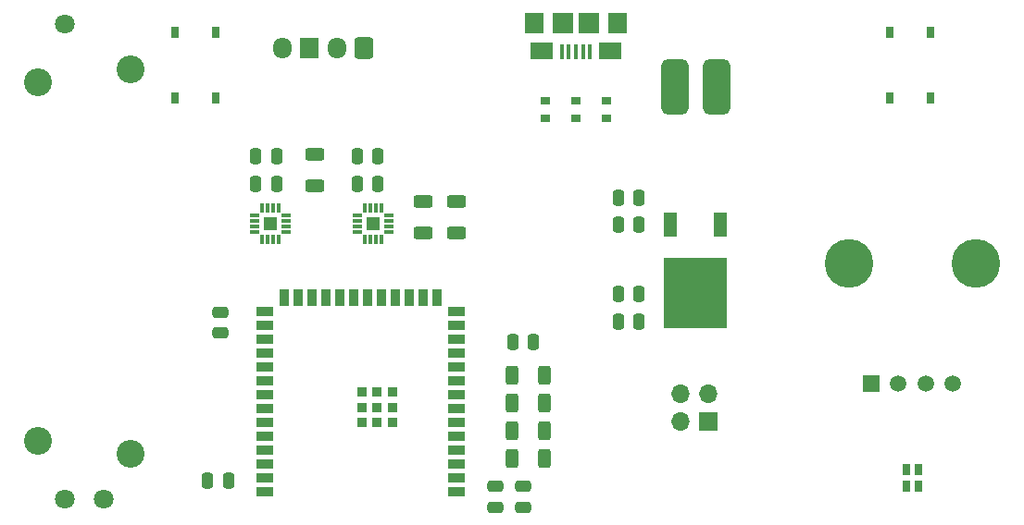
<source format=gts>
G04 #@! TF.GenerationSoftware,KiCad,Pcbnew,(6.0.9)*
G04 #@! TF.CreationDate,2024-01-21T16:38:53-05:00*
G04 #@! TF.ProjectId,v1-USMX,76312d55-534d-4582-9e6b-696361645f70,rev?*
G04 #@! TF.SameCoordinates,Original*
G04 #@! TF.FileFunction,Soldermask,Top*
G04 #@! TF.FilePolarity,Negative*
%FSLAX46Y46*%
G04 Gerber Fmt 4.6, Leading zero omitted, Abs format (unit mm)*
G04 Created by KiCad (PCBNEW (6.0.9)) date 2024-01-21 16:38:53*
%MOMM*%
%LPD*%
G01*
G04 APERTURE LIST*
G04 Aperture macros list*
%AMRoundRect*
0 Rectangle with rounded corners*
0 $1 Rounding radius*
0 $2 $3 $4 $5 $6 $7 $8 $9 X,Y pos of 4 corners*
0 Add a 4 corners polygon primitive as box body*
4,1,4,$2,$3,$4,$5,$6,$7,$8,$9,$2,$3,0*
0 Add four circle primitives for the rounded corners*
1,1,$1+$1,$2,$3*
1,1,$1+$1,$4,$5*
1,1,$1+$1,$6,$7*
1,1,$1+$1,$8,$9*
0 Add four rect primitives between the rounded corners*
20,1,$1+$1,$2,$3,$4,$5,0*
20,1,$1+$1,$4,$5,$6,$7,0*
20,1,$1+$1,$6,$7,$8,$9,0*
20,1,$1+$1,$8,$9,$2,$3,0*%
G04 Aperture macros list end*
%ADD10RoundRect,0.250000X0.250000X0.475000X-0.250000X0.475000X-0.250000X-0.475000X0.250000X-0.475000X0*%
%ADD11RoundRect,0.250000X-0.625000X0.312500X-0.625000X-0.312500X0.625000X-0.312500X0.625000X0.312500X0*%
%ADD12R,0.400000X1.350000*%
%ADD13R,2.100000X1.600000*%
%ADD14R,1.800000X1.900000*%
%ADD15R,1.900000X1.900000*%
%ADD16R,0.850000X0.300000*%
%ADD17R,0.300000X0.850000*%
%ADD18R,1.250000X1.250000*%
%ADD19R,1.500000X0.900000*%
%ADD20R,0.900000X1.500000*%
%ADD21R,0.900000X0.900000*%
%ADD22RoundRect,0.250000X0.475000X-0.250000X0.475000X0.250000X-0.475000X0.250000X-0.475000X-0.250000X0*%
%ADD23C,1.800000*%
%ADD24C,2.550000*%
%ADD25RoundRect,0.635000X0.635000X-1.905000X0.635000X1.905000X-0.635000X1.905000X-0.635000X-1.905000X0*%
%ADD26RoundRect,0.250000X-0.250000X-0.475000X0.250000X-0.475000X0.250000X0.475000X-0.250000X0.475000X0*%
%ADD27R,0.700000X1.000000*%
%ADD28RoundRect,0.250000X0.312500X0.625000X-0.312500X0.625000X-0.312500X-0.625000X0.312500X-0.625000X0*%
%ADD29R,0.950000X0.800000*%
%ADD30R,1.500000X1.500000*%
%ADD31C,1.500000*%
%ADD32C,4.455000*%
%ADD33RoundRect,0.250000X-0.312500X-0.625000X0.312500X-0.625000X0.312500X0.625000X-0.312500X0.625000X0*%
%ADD34RoundRect,0.250000X-0.475000X0.250000X-0.475000X-0.250000X0.475000X-0.250000X0.475000X0.250000X0*%
%ADD35R,1.200000X2.200000*%
%ADD36R,5.800000X6.400000*%
%ADD37O,1.700000X1.700000*%
%ADD38R,1.700000X1.700000*%
%ADD39O,1.700000X1.950000*%
%ADD40R,1.700000X1.950000*%
%ADD41RoundRect,0.250000X0.600000X0.725000X-0.600000X0.725000X-0.600000X-0.725000X0.600000X-0.725000X0*%
%ADD42R,0.800000X1.000000*%
G04 APERTURE END LIST*
D10*
X155890000Y-100965000D03*
X153990000Y-100965000D03*
D11*
X126238000Y-94549500D03*
X126238000Y-97474500D03*
D12*
X151404000Y-85205600D03*
X150754000Y-85205600D03*
X150104000Y-85205600D03*
X149454000Y-85205600D03*
X148804000Y-85205600D03*
D13*
X153204000Y-85080600D03*
X147004000Y-85080600D03*
D14*
X153904000Y-82530600D03*
X146304000Y-82530600D03*
D15*
X151304000Y-82530600D03*
X148904000Y-82530600D03*
D16*
X133000000Y-101634000D03*
X133000000Y-101134000D03*
X133000000Y-100634000D03*
X133000000Y-100134000D03*
D17*
X132300000Y-99434000D03*
X131800000Y-99434000D03*
X131300000Y-99434000D03*
X130800000Y-99434000D03*
D16*
X130100000Y-100134000D03*
X130100000Y-100634000D03*
X130100000Y-101134000D03*
X130100000Y-101634000D03*
D17*
X130800000Y-102334000D03*
X131300000Y-102334000D03*
X131800000Y-102334000D03*
X132300000Y-102334000D03*
D18*
X131550000Y-100884000D03*
D19*
X139170000Y-125476000D03*
X139170000Y-124206000D03*
X139170000Y-122936000D03*
X139170000Y-121666000D03*
X139170000Y-120396000D03*
X139170000Y-119126000D03*
X139170000Y-117856000D03*
X139170000Y-116586000D03*
X139170000Y-115316000D03*
X139170000Y-114046000D03*
X139170000Y-112776000D03*
X139170000Y-111506000D03*
X139170000Y-110236000D03*
X139170000Y-108966000D03*
D20*
X137405000Y-107716000D03*
X136135000Y-107716000D03*
X134865000Y-107716000D03*
X133595000Y-107716000D03*
X132325000Y-107716000D03*
X131055000Y-107716000D03*
X129785000Y-107716000D03*
X128515000Y-107716000D03*
X127245000Y-107716000D03*
X125975000Y-107716000D03*
X124705000Y-107716000D03*
X123435000Y-107716000D03*
D19*
X121670000Y-108966000D03*
X121670000Y-110236000D03*
X121670000Y-111506000D03*
X121670000Y-112776000D03*
X121670000Y-114046000D03*
X121670000Y-115316000D03*
X121670000Y-116586000D03*
X121670000Y-117856000D03*
X121670000Y-119126000D03*
X121670000Y-120396000D03*
X121670000Y-121666000D03*
X121670000Y-122936000D03*
X121670000Y-124206000D03*
X121670000Y-125476000D03*
D21*
X131920000Y-117756000D03*
X133320000Y-116356000D03*
X130520000Y-119156000D03*
X130520000Y-116356000D03*
X130520000Y-117756000D03*
X133320000Y-119156000D03*
X131920000Y-116356000D03*
X131920000Y-119156000D03*
X133320000Y-117756000D03*
D22*
X117602000Y-110932000D03*
X117602000Y-109032000D03*
D10*
X155890000Y-109855000D03*
X153990000Y-109855000D03*
D11*
X136122000Y-98847500D03*
X136122000Y-101772500D03*
D23*
X103406000Y-126123000D03*
X106906000Y-126123000D03*
X103406000Y-82623000D03*
D24*
X100956000Y-120773000D03*
X100956000Y-87973000D03*
X109356000Y-121973000D03*
X109356000Y-86773000D03*
D25*
X159131000Y-88392000D03*
X162941000Y-88392000D03*
D10*
X155890000Y-107315000D03*
X153990000Y-107315000D03*
D11*
X139170000Y-98847500D03*
X139170000Y-101772500D03*
D26*
X130092000Y-97262000D03*
X131992000Y-97262000D03*
D27*
X113466000Y-89360000D03*
X113466000Y-83360000D03*
X117166000Y-89360000D03*
X117166000Y-83360000D03*
D10*
X118342000Y-124460000D03*
X116442000Y-124460000D03*
X122757000Y-94722000D03*
X120857000Y-94722000D03*
D27*
X178825000Y-89375000D03*
X178825000Y-83375000D03*
X182525000Y-89375000D03*
X182525000Y-83375000D03*
D16*
X123606000Y-101634000D03*
X123606000Y-101134000D03*
X123606000Y-100634000D03*
X123606000Y-100134000D03*
D17*
X122906000Y-99434000D03*
X122406000Y-99434000D03*
X121906000Y-99434000D03*
X121406000Y-99434000D03*
D16*
X120706000Y-100134000D03*
X120706000Y-100634000D03*
X120706000Y-101134000D03*
X120706000Y-101634000D03*
D17*
X121406000Y-102334000D03*
X121906000Y-102334000D03*
X122406000Y-102334000D03*
X122906000Y-102334000D03*
D18*
X122156000Y-100884000D03*
D28*
X147236500Y-122428000D03*
X144311500Y-122428000D03*
D29*
X147320000Y-89624000D03*
X147320000Y-91224000D03*
D10*
X122757000Y-97262000D03*
X120857000Y-97262000D03*
D30*
X177098000Y-115563000D03*
D31*
X179598000Y-115563000D03*
X182098000Y-115563000D03*
X184598000Y-115563000D03*
D32*
X175048000Y-104563000D03*
X186648000Y-104563000D03*
D33*
X144311500Y-117348000D03*
X147236500Y-117348000D03*
D34*
X145266000Y-124968000D03*
X145266000Y-126868000D03*
D35*
X163316000Y-100956000D03*
D36*
X161036000Y-107256000D03*
D35*
X158756000Y-100956000D03*
D37*
X162179000Y-116459000D03*
D38*
X162179000Y-118999000D03*
D37*
X159639000Y-116459000D03*
X159639000Y-118999000D03*
D29*
X152908000Y-89624000D03*
X152908000Y-91224000D03*
D26*
X130092000Y-94722000D03*
X131992000Y-94722000D03*
D10*
X144338000Y-111760000D03*
X146238000Y-111760000D03*
D39*
X123250000Y-84853000D03*
D40*
X125750000Y-84853000D03*
D39*
X128250000Y-84853000D03*
D41*
X130750000Y-84853000D03*
D34*
X142726000Y-124968000D03*
X142726000Y-126868000D03*
D33*
X144311500Y-114808000D03*
X147236500Y-114808000D03*
D10*
X155890000Y-98552000D03*
X153990000Y-98552000D03*
D29*
X150104000Y-89624000D03*
X150104000Y-91224000D03*
D33*
X144311500Y-119888000D03*
X147236500Y-119888000D03*
D42*
X181398000Y-123456000D03*
X181398000Y-124956000D03*
X180298000Y-124956000D03*
X180298000Y-123456000D03*
M02*

</source>
